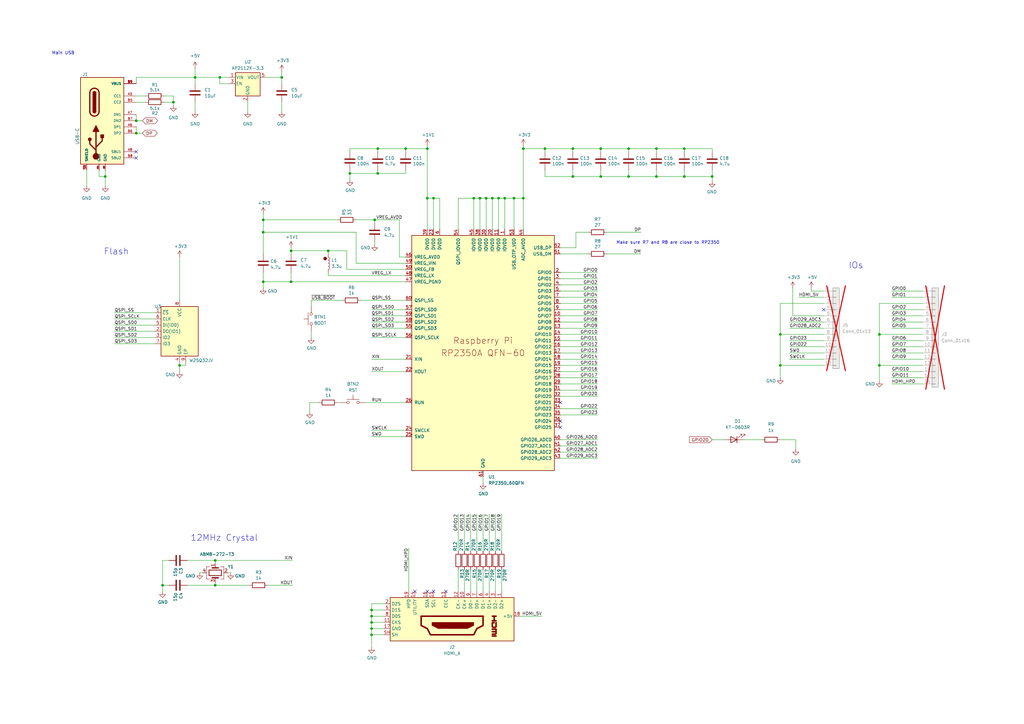
<source format=kicad_sch>
(kicad_sch (version 20231120) (generator "eeschema") (generator_version "8.0")
  (paper "A3")
  (title_block (title "Mini DV HSTX") (date "2025-02-15") (rev "v1.0") (company "Team Rebellion"))
  (lib_symbols
    (symbol "Connector:HDMI_A"
      (property "Reference" "J" (at -6.35 26.67 0))
      (property "Value" "HDMI_A" (at 10.16 26.67 0))
      (symbol "HDMI_A_1_1"
        (pin passive line (at -10.16 20.32 0) (length 2.54) (name "D2+") (number "1"))
        (pin passive line (at -10.16 5.08 0) (length 2.54) (name "CK+") (number "10"))
        (pin power_in line (at 2.54 -27.94 90) (length 2.54) (name "CKS") (number "11"))
        (pin passive line (at -10.16 2.54 0) (length 2.54) (name "CK-") (number "12"))
        (pin bidirectional line (at -10.16 -2.54 0) (length 2.54) (name "CEC") (number "13"))
        (pin passive line (at -10.16 -15.24 0) (length 2.54) (name "UTILITY") (number "14"))
        (pin passive line (at -10.16 -7.62 0) (length 2.54) (name "SCL") (number "15"))
        (pin bidirectional line (at -10.16 -10.16 0) (length 2.54) (name "SDA") (number "16"))
        (pin power_in line (at 5.08 -27.94 90) (length 2.54) (name "GND") (number "17"))
        (pin power_in line (at 0 27.94 270) (length 2.54) (name "+5V") (number "18"))
        (pin passive line (at -10.16 -17.78 0) (length 2.54) (name "HPD") (number "19"))
        (pin power_in line (at -5.08 -27.94 90) (length 2.54) (name "D2S") (number "2"))
        (pin passive line (at -10.16 17.78 0) (length 2.54) (name "D2-") (number "3"))
        (pin passive line (at -10.16 15.24 0) (length 2.54) (name "D1+") (number "4"))
        (pin power_in line (at -2.54 -27.94 90) (length 2.54) (name "D1S") (number "5"))
        (pin passive line (at -10.16 12.7 0) (length 2.54) (name "D1-") (number "6"))
        (pin passive line (at -10.16 10.16 0) (length 2.54) (name "D0+") (number "7"))
        (pin power_in line (at 0 -27.94 90) (length 2.54) (name "D0S") (number "8"))
        (pin passive line (at -10.16 7.62 0) (length 2.54) (name "D0-") (number "9"))
        (pin passive line (at 7.62 -27.94 90) (length 2.54) (name "SH") (number "SH"))
      )
    )
    (symbol "Connector_Generic:Conn_01x13" (pin_names (offset 1.016) hide)
      (property "Reference" "J" (at 0 17.78 0))
      (property "Value" "Conn_01x13" (at 0 -17.78 0))
      (symbol "Conn_01x13_1_1"
        (pin passive line (at -5.08 15.24 0) (length 3.81) (name "Pin_1") (number "1"))
        (pin passive line (at -5.08 -7.62 0) (length 3.81) (name "Pin_10") (number "10"))
        (pin passive line (at -5.08 -10.16 0) (length 3.81) (name "Pin_11") (number "11"))
        (pin passive line (at -5.08 -12.7 0) (length 3.81) (name "Pin_12") (number "12"))
        (pin passive line (at -5.08 -15.24 0) (length 3.81) (name "Pin_13") (number "13"))
        (pin passive line (at -5.08 12.7 0) (length 3.81) (name "Pin_2") (number "2"))
        (pin passive line (at -5.08 10.16 0) (length 3.81) (name "Pin_3") (number "3"))
        (pin passive line (at -5.08 7.62 0) (length 3.81) (name "Pin_4") (number "4"))
        (pin passive line (at -5.08 5.08 0) (length 3.81) (name "Pin_5") (number "5"))
        (pin passive line (at -5.08 2.54 0) (length 3.81) (name "Pin_6") (number "6"))
        (pin passive line (at -5.08 0 0) (length 3.81) (name "Pin_7") (number "7"))
        (pin passive line (at -5.08 -2.54 0) (length 3.81) (name "Pin_8") (number "8"))
        (pin passive line (at -5.08 -5.08 0) (length 3.81) (name "Pin_9") (number "9"))
      )
    )
    (symbol "Connector_Generic:Conn_01x16" (pin_names (offset 1.016) hide)
      (property "Reference" "J" (at 0 20.32 0))
      (property "Value" "Conn_01x16" (at 0 -22.86 0))
      (symbol "Conn_01x16_1_1"
        (pin passive line (at -5.08 17.78 0) (length 3.81) (name "Pin_1") (number "1"))
        (pin passive line (at -5.08 -5.08 0) (length 3.81) (name "Pin_10") (number "10"))
        (pin passive line (at -5.08 -7.62 0) (length 3.81) (name "Pin_11") (number "11"))
        (pin passive line (at -5.08 -10.16 0) (length 3.81) (name "Pin_12") (number "12"))
        (pin passive line (at -5.08 -12.7 0) (length 3.81) (name "Pin_13") (number "13"))
        (pin passive line (at -5.08 -15.24 0) (length 3.81) (name "Pin_14") (number "14"))
        (pin passive line (at -5.08 -17.78 0) (length 3.81) (name "Pin_15") (number "15"))
        (pin passive line (at -5.08 -20.32 0) (length 3.81) (name "Pin_16") (number "16"))
        (pin passive line (at -5.08 15.24 0) (length 3.81) (name "Pin_2") (number "2"))
        (pin passive line (at -5.08 12.7 0) (length 3.81) (name "Pin_3") (number "3"))
        (pin passive line (at -5.08 10.16 0) (length 3.81) (name "Pin_4") (number "4"))
        (pin passive line (at -5.08 7.62 0) (length 3.81) (name "Pin_5") (number "5"))
        (pin passive line (at -5.08 5.08 0) (length 3.81) (name "Pin_6") (number "6"))
        (pin passive line (at -5.08 2.54 0) (length 3.81) (name "Pin_7") (number "7"))
        (pin passive line (at -5.08 0 0) (length 3.81) (name "Pin_8") (number "8"))
        (pin passive line (at -5.08 -2.54 0) (length 3.81) (name "Pin_9") (number "9"))
      )
    )
    (symbol "Device:C" (pin_numbers hide) (pin_names (offset 0.254))
      (property "Reference" "C" (at 0.635 2.54 0))
      (property "Value" "C" (at 0.635 -2.54 0))
      (symbol "C_1_1"
        (pin passive line (at 0 3.81 270) (length 2.794) (name "~") (number "1"))
        (pin passive line (at 0 -3.81 90) (length 2.794) (name "~") (number "2"))
      )
    )
    (symbol "Device:Crystal_GND24" (pin_names (offset 1.016) hide)
      (property "Reference" "Y" (at 3.175 5.08 0))
      (property "Value" "Crystal_GND24" (at 3.175 3.175 0))
      (symbol "Crystal_GND24_1_1"
        (pin passive line (at -3.81 0 0) (length 1.27) (name "1") (number "1"))
        (pin passive line (at 0 5.08 270) (length 1.27) (name "2") (number "2"))
        (pin passive line (at 3.81 0 180) (length 1.27) (name "3") (number "3"))
        (pin passive line (at 0 -5.08 90) (length 1.27) (name "4") (number "4"))
      )
    )
    (symbol "Device:L" (pin_numbers hide) (pin_names (offset 1.016) hide)
      (property "Reference" "L" (at -1.27 0 90))
      (property "Value" "L" (at 1.905 0 90))
      (symbol "L_1_1"
        (pin passive line (at 0 3.81 270) (length 1.27) (name "1") (number "1"))
        (pin passive line (at 0 -3.81 90) (length 1.27) (name "2") (number "2"))
      )
    )
    (symbol "Device:LED" (pin_numbers hide) (pin_names (offset 1.016) hide)
      (property "Reference" "D" (at 0 2.54 0))
      (property "Value" "LED" (at 0 -2.54 0))
      (symbol "LED_1_1"
        (pin passive line (at -3.81 0 0) (length 2.54) (name "K") (number "1"))
        (pin passive line (at 3.81 0 180) (length 2.54) (name "A") (number "2"))
      )
    )
    (symbol "Device:R" (pin_numbers hide) (pin_names (offset 0))
      (property "Reference" "R" (at 2.032 0 90))
      (property "Value" "R" (at 0 0 90))
      (symbol "R_1_1"
        (pin passive line (at 0 3.81 270) (length 1.27) (name "~") (number "1"))
        (pin passive line (at 0 -3.81 90) (length 1.27) (name "~") (number "2"))
      )
    )
    (symbol "MCU_RaspberryPi_RP2350:RP2350_60QFN" (pin_names (offset 1.016))
      (property "Reference" "U" (at -29.21 49.53 0))
      (property "Value" "RP2350_60QFN" (at 24.13 -49.53 0))
      (symbol "RP2350_60QFN_0_0"
        (text "Raspberry Pi" (at 0 5.08 0) (effects (font (size 2.54 2.54))))
      )
      (symbol "RP2350_60QFN_1_0"
        (text "RP2350A QFN-60" (at 0 0 0) (effects (font (size 2.54 2.54))))
      )
      (symbol "RP2350_60QFN_1_1"
        (pin power_in line (at 8.89 50.8 270) (length 2.54) (name "IOVDD") (number "1"))
        (pin bidirectional line (at 31.75 15.24 180) (length 2.54) (name "GPIO7") (number "10"))
        (pin power_in line (at 6.35 50.8 270) (length 2.54) (name "IOVDD") (number "11"))
        (pin bidirectional line (at 31.75 12.7 180) (length 2.54) (name "GPIO8") (number "12"))
        (pin bidirectional line (at 31.75 10.16 180) (length 2.54) (name "GPIO9") (number "13"))
        (pin bidirectional line (at 31.75 7.62 180) (length 2.54) (name "GPIO10") (number "14"))
        (pin bidirectional line (at 31.75 5.08 180) (length 2.54) (name "GPIO11") (number "15"))
        (pin bidirectional line (at 31.75 2.54 180) (length 2.54) (name "GPIO12") (number "16"))
        (pin bidirectional line (at 31.75 0 180) (length 2.54) (name "GPIO13") (number "17"))
        (pin bidirectional line (at 31.75 -2.54 180) (length 2.54) (name "GPIO14") (number "18"))
        (pin bidirectional line (at 31.75 -5.08 180) (length 2.54) (name "GPIO15") (number "19"))
        (pin bidirectional line (at 31.75 33.02 180) (length 2.54) (name "GPIO0") (number "2"))
        (pin power_in line (at 3.81 50.8 270) (length 2.54) (name "IOVDD") (number "20"))
        (pin input line (at -31.75 -2.54 0) (length 2.54) (name "XIN") (number "21"))
        (pin passive line (at -31.75 -7.62 0) (length 2.54) (name "XOUT") (number "22"))
        (pin power_in line (at -20.32 50.8 270) (length 2.54) (name "DVDD") (number "23"))
        (pin output line (at -31.75 -31.75 0) (length 2.54) (name "SWCLK") (number "24"))
        (pin bidirectional line (at -31.75 -34.29 0) (length 2.54) (name "SWD") (number "25"))
        (pin input line (at -31.75 -20.32 0) (length 2.54) (name "RUN") (number "26"))
        (pin bidirectional line (at 31.75 -7.62 180) (length 2.54) (name "GPIO16") (number "27"))
        (pin bidirectional line (at 31.75 -10.16 180) (length 2.54) (name "GPIO17") (number "28"))
        (pin bidirectional line (at 31.75 -12.7 180) (length 2.54) (name "GPIO18") (number "29"))
        (pin bidirectional line (at 31.75 30.48 180) (length 2.54) (name "GPIO1") (number "3"))
        (pin power_in line (at 1.27 50.8 270) (length 2.54) (name "IOVDD") (number "30"))
        (pin bidirectional line (at 31.75 -15.24 180) (length 2.54) (name "GPIO19") (number "31"))
        (pin bidirectional line (at 31.75 -17.78 180) (length 2.54) (name "GPIO20") (number "32"))
        (pin bidirectional line (at 31.75 -20.32 180) (length 2.54) (name "GPIO21") (number "33"))
        (pin bidirectional line (at 31.75 -22.86 180) (length 2.54) (name "GPIO22") (number "34"))
        (pin bidirectional line (at 31.75 -25.4 180) (length 2.54) (name "GPIO23") (number "35"))
        (pin bidirectional line (at 31.75 -27.94 180) (length 2.54) (name "GPIO24") (number "36"))
        (pin bidirectional line (at 31.75 -30.48 180) (length 2.54) (name "GPIO25") (number "37"))
        (pin power_in line (at -1.27 50.8 270) (length 2.54) (name "IOVDD") (number "38"))
        (pin power_in line (at -22.86 50.8 270) (length 2.54) (name "DVDD") (number "39"))
        (pin bidirectional line (at 31.75 27.94 180) (length 2.54) (name "GPIO2") (number "4"))
        (pin bidirectional line (at 31.75 -35.56 180) (length 2.54) (name "GPIO26_ADC0") (number "40"))
        (pin bidirectional line (at 31.75 -38.1 180) (length 2.54) (name "GPIO27_ADC1") (number "41"))
        (pin bidirectional line (at 31.75 -40.64 180) (length 2.54) (name "GPIO28_ADC2") (number "42"))
        (pin bidirectional line (at 31.75 -43.18 180) (length 2.54) (name "GPIO29_ADC3") (number "43"))
        (pin power_in line (at 16.51 50.8 270) (length 2.54) (name "ADC_AVDD") (number "44"))
        (pin power_in line (at -3.81 50.8 270) (length 2.54) (name "IOVDD") (number "45"))
        (pin power_in line (at -31.75 39.37 0) (length 2.54) (name "VREG_AVDD") (number "46"))
        (pin power_in line (at -31.75 29.21 0) (length 2.54) (name "VREG_PGND") (number "47"))
        (pin power_out line (at -31.75 31.75 0) (length 2.54) (name "VREG_LX") (number "48"))
        (pin power_in line (at -31.75 36.83 0) (length 2.54) (name "VREG_VIN") (number "49"))
        (pin bidirectional line (at 31.75 25.4 180) (length 2.54) (name "GPIO3") (number "5"))
        (pin input line (at -31.75 34.29 0) (length 2.54) (name "VREG_FB") (number "50"))
        (pin bidirectional line (at 31.75 40.64 180) (length 2.54) (name "USB_DM") (number "51"))
        (pin bidirectional line (at 31.75 43.18 180) (length 2.54) (name "USB_DP") (number "52"))
        (pin power_in line (at 12.7 50.8 270) (length 2.54) (name "USB_OTP_VDD") (number "53"))
        (pin power_in line (at -10.16 50.8 270) (length 2.54) (name "QSPI_IOVDD") (number "54"))
        (pin bidirectional line (at -31.75 10.16 0) (length 2.54) (name "QSPI_SD3") (number "55"))
        (pin output line (at -31.75 6.35 0) (length 2.54) (name "QSPI_SCLK") (number "56"))
        (pin bidirectional line (at -31.75 17.78 0) (length 2.54) (name "QSPI_SD0") (number "57"))
        (pin bidirectional line (at -31.75 12.7 0) (length 2.54) (name "QSPI_SD2") (number "58"))
        (pin bidirectional line (at -31.75 15.24 0) (length 2.54) (name "QSPI_SD1") (number "59"))
        (pin power_in line (at -17.78 50.8 270) (length 2.54) (name "DVDD") (number "6"))
        (pin bidirectional line (at -31.75 21.59 0) (length 2.54) (name "QSPI_SS") (number "60"))
        (pin power_in line (at 0 -50.8 90) (length 2.54) (name "GND") (number "61"))
        (pin bidirectional line (at 31.75 22.86 180) (length 2.54) (name "GPIO4") (number "7"))
        (pin bidirectional line (at 31.75 20.32 180) (length 2.54) (name "GPIO5") (number "8"))
        (pin bidirectional line (at 31.75 17.78 180) (length 2.54) (name "GPIO6") (number "9"))
      )
    )
    (symbol "Memory_Flash:W25Q32JVZP"
      (property "Reference" "U" (at -6.35 11.43 0))
      (property "Value" "W25Q32JVZP" (at 7.62 11.43 0))
      (symbol "W25Q32JVZP_1_1"
        (pin input line (at -10.16 7.62 0) (length 2.54) (name "~{CS}") (number "1"))
        (pin bidirectional line (at -10.16 0 0) (length 2.54) (name "DO(IO1)") (number "2"))
        (pin bidirectional line (at -10.16 -2.54 0) (length 2.54) (name "IO2") (number "3"))
        (pin power_in line (at 0 -12.7 90) (length 2.54) (name "GND") (number "4"))
        (pin bidirectional line (at -10.16 2.54 0) (length 2.54) (name "DI(IO0)") (number "5"))
        (pin input line (at -10.16 5.08 0) (length 2.54) (name "CLK") (number "6"))
        (pin bidirectional line (at -10.16 -5.08 0) (length 2.54) (name "IO3") (number "7"))
        (pin power_in line (at 0 12.7 270) (length 2.54) (name "VCC") (number "8"))
        (pin passive line (at 2.54 -12.7 90) (length 2.54) (name "EP") (number "9"))
      )
    )
    (symbol "Regulator_Linear:AP2112K-3.3" (pin_names (offset 0.254))
      (property "Reference" "U" (at -5.08 5.715 0))
      (property "Value" "AP2112K-3.3" (at 0 5.715 0))
      (symbol "AP2112K-3.3_1_1"
        (pin power_in line (at -7.62 2.54 0) (length 2.54) (name "VIN") (number "1"))
        (pin power_in line (at 0 -7.62 90) (length 2.54) (name "GND") (number "2"))
        (pin input line (at -7.62 0 0) (length 2.54) (name "EN") (number "3"))
        (pin no_connect line (at 5.08 0 180) (length 2.54) hide (name "NC") (number "4"))
        (pin power_out line (at 7.62 2.54 180) (length 2.54) (name "VOUT") (number "5"))
      )
    )
    (symbol "Switch:SW_Push" (pin_numbers hide) (pin_names (offset 1.016) hide)
      (property "Reference" "SW" (at 1.27 2.54 0))
      (property "Value" "SW_Push" (at 0 -1.524 0))
      (symbol "SW_Push_0_1"
        (pin passive line (at -5.08 0 0) (length 2.54) (name "1") (number "1"))
        (pin passive line (at 5.08 0 180) (length 2.54) (name "2") (number "2"))
      )
    )
    (symbol "TinyTapeout:USB4500-03-0-A_REVA" (pin_names (offset 1.016))
      (property "Reference" "J9" (at -8.255 19.05 0))
      (property "Value" "USB-C" (at -11.43 -6.35 90))
      (symbol "USB4500-03-0-A_REVA_0_0"
        (pin power_in line (at -7.62 -20.32 90) (length 2.54) (name "SHIELD") (number "1"))
        (pin bidirectional line (at 12.7 10.16 180) (length 5.08) (name "CC1") (number "A5"))
        (pin bidirectional line (at 12.7 -2.54 180) (length 5.08) (name "DP1") (number "A6"))
        (pin bidirectional line (at 12.7 2.54 180) (length 5.08) (name "DN1") (number "A7"))
        (pin bidirectional line (at 12.7 -12.7 180) (length 5.08) (name "SBU1") (number "A8"))
        (pin bidirectional line (at 12.7 7.62 180) (length 5.08) (name "CC2") (number "B5"))
        (pin bidirectional line (at 12.7 -5.08 180) (length 5.08) (name "DP2") (number "B6"))
        (pin bidirectional line (at 12.7 0 180) (length 5.08) (name "DN2") (number "B7"))
        (pin bidirectional line (at 12.7 -15.24 180) (length 5.08) (name "SBU2") (number "B8"))
        (pin power_in line (at -7.62 -20.32 90) (length 2.54) (name "SHIELD") (number "S3"))
        (pin power_in line (at -7.62 -20.32 90) (length 2.54) (name "SHIELD") (number "S4"))
      )
      (symbol "USB4500-03-0-A_REVA_1_0"
        (pin power_in line (at -2.54 -20.32 90) (length 2.54) (name "GND") (number "A1"))
        (pin power_in line (at 0 -20.32 90) (length 2.54) (name "GND") (number "A12"))
        (pin power_in line (at 12.7 15.24 180) (length 5.08) (name "VBUS") (number "A4"))
        (pin power_in line (at 12.7 15.24 180) (length 5.08) (name "VBUS") (number "A9"))
        (pin power_in line (at 0 -20.32 90) (length 2.54) (name "GND") (number "B1"))
        (pin power_in line (at -2.54 -20.32 90) (length 2.54) (name "GND") (number "B12"))
        (pin power_in line (at 12.7 15.24 180) (length 5.08) (name "VBUS") (number "B4"))
        (pin power_in line (at 12.7 15.24 180) (length 5.08) (name "VBUS") (number "B9"))
        (pin power_in line (at -7.62 -20.32 90) (length 2.54) (name "SHIELD") (number "S1"))
      )
    )
    (symbol "power:+1V1" (power) (pin_names (offset 0))
      (property "Value" "+1V1" (at 0 3.556 0))
      (symbol "+1V1_1_1"
        (pin power_in line (at 0 0 90) (length 0) hide (name "+1V1") (number "1"))
      )
    )
    (symbol "power:+3V3" (power) (pin_names (offset 0))
      (property "Value" "+3V3" (at 0 3.556 0))
      (symbol "+3V3_1_1"
        (pin power_in line (at 0 0 90) (length 0) hide (name "+3V3") (number "1"))
      )
    )
    (symbol "power:+5V" (power) (pin_numbers hide) (pin_names (offset 0) hide)
      (property "Value" "+5V" (at 0 3.556 0))
      (symbol "+5V_1_1"
        (pin power_in line (at 0 0 90) (length 0) (name "~") (number "1"))
      )
    )
    (symbol "power:GND" (power) (pin_names (offset 0))
      (property "Value" "GND" (at 0 -3.81 0))
      (symbol "GND_1_1"
        (pin power_in line (at 0 0 270) (length 0) hide (name "GND") (number "1"))
      )
    )
    (symbol "power:VBUS" (power) (pin_names (offset 0))
      (property "Value" "VBUS" (at 0 3.81 0))
      (symbol "VBUS_1_1"
        (pin power_in line (at 0 0 90) (length 0) hide (name "VBUS") (number "1"))
      )
    )
  )
  (junction (at 152.4 252.73))
  (junction (at 152.4 250.19))
  (junction (at 257.81 60.96))
  (junction (at 153.67 90.17))
  (junction (at 119.38 102.87))
  (junction (at 360.68 149.86))
  (junction (at 194.31 81.28))
  (junction (at 280.67 72.39))
  (junction (at 175.26 81.28))
  (junction (at 154.94 71.12))
  (junction (at 43.18 72.39))
  (junction (at 214.63 60.96))
  (junction (at 196.85 81.28))
  (junction (at 88.265 229.87))
  (junction (at 134.62 102.87))
  (junction (at 360.68 137.16))
  (junction (at 119.38 115.57))
  (junction (at 223.52 60.96))
  (junction (at 210.82 81.28))
  (junction (at 66.675 240.03))
  (junction (at 154.94 60.96))
  (junction (at 90.17 31.75))
  (junction (at 207.01 81.28))
  (junction (at 269.24 72.39))
  (junction (at 292.1 72.39))
  (junction (at 246.38 72.39))
  (junction (at 204.47 81.28))
  (junction (at 199.39 81.28))
  (junction (at 152.4 255.27))
  (junction (at 152.4 257.81))
  (junction (at 175.26 60.96))
  (junction (at 107.95 115.57))
  (junction (at 280.67 60.96))
  (junction (at 257.81 72.39))
  (junction (at 269.24 60.96))
  (junction (at 320.04 137.16))
  (junction (at 115.57 31.75))
  (junction (at 166.37 60.96))
  (junction (at 55.88 49.53))
  (junction (at 152.4 260.35))
  (junction (at 234.95 60.96))
  (junction (at 88.265 240.03))
  (junction (at 71.12 41.91))
  (junction (at 234.95 72.39))
  (junction (at 55.88 54.61))
  (junction (at 214.63 81.28))
  (junction (at 107.95 90.17))
  (junction (at 177.8 81.28))
  (junction (at 246.38 60.96))
  (junction (at 80.01 31.75))
  (junction (at 73.66 149.86))
  (junction (at 320.04 149.86))
  (junction (at 201.93 81.28))
  (junction (at 107.95 95.25))
  (junction (at 143.51 71.12))
  (no_connect (at 177.8 242.57))
  (no_connect (at 229.87 175.26))
  (no_connect (at 55.88 62.23))
  (no_connect (at 229.87 165.1))
  (no_connect (at 229.87 172.72))
  (no_connect (at 337.82 127))
  (no_connect (at 175.26 242.57))
  (no_connect (at 182.88 242.57))
  (no_connect (at 55.88 64.77))
  (no_connect (at 170.18 242.57))
  (wire (pts (xy 229.87 127) (xy 245.11 127)))
  (wire (pts (xy 153.67 100.33) (xy 153.67 99.06)))
  (wire (pts (xy 203.2 242.57) (xy 203.2 233.68)))
  (wire (pts (xy 146.05 95.25) (xy 146.05 107.95)))
  (wire (pts (xy 80.01 31.75) (xy 80.01 34.29)))
  (wire (pts (xy 154.94 60.96) (xy 166.37 60.96)))
  (wire (pts (xy 229.87 129.54) (xy 245.11 129.54)))
  (wire (pts (xy 229.87 182.88) (xy 245.11 182.88)))
  (wire (pts (xy 76.2 149.86) (xy 73.66 149.86)))
  (wire (pts (xy 88.265 231.14) (xy 88.265 229.87)))
  (wire (pts (xy 234.95 62.23) (xy 234.95 60.96)))
  (wire (pts (xy 76.2 148.59) (xy 76.2 149.86)))
  (wire (pts (xy 234.95 69.85) (xy 234.95 72.39)))
  (wire (pts (xy 163.83 90.17) (xy 163.83 105.41)))
  (wire (pts (xy 207.01 81.28) (xy 210.82 81.28)))
  (wire (pts (xy 292.1 180.34) (xy 297.18 180.34)))
  (wire (pts (xy 43.18 69.85) (xy 43.18 72.39)))
  (wire (pts (xy 154.94 62.23) (xy 154.94 60.96)))
  (wire (pts (xy 166.37 138.43) (xy 152.4 138.43)))
  (wire (pts (xy 154.94 71.12) (xy 166.37 71.12)))
  (wire (pts (xy 229.87 187.96) (xy 245.11 187.96)))
  (wire (pts (xy 152.4 247.65) (xy 152.4 250.19)))
  (wire (pts (xy 229.87 111.76) (xy 245.11 111.76)))
  (wire (pts (xy 143.51 69.85) (xy 143.51 71.12)))
  (wire (pts (xy 323.85 134.62) (xy 337.82 134.62)))
  (wire (pts (xy 153.67 90.17) (xy 163.83 90.17)))
  (wire (pts (xy 71.12 41.91) (xy 71.12 43.18)))
  (wire (pts (xy 325.12 118.11) (xy 325.12 129.54)))
  (wire (pts (xy 115.57 29.21) (xy 115.57 31.75)))
  (wire (pts (xy 320.04 149.86) (xy 337.82 149.86)))
  (wire (pts (xy 246.38 62.23) (xy 246.38 60.96)))
  (wire (pts (xy 127.635 123.19) (xy 127.635 125.73)))
  (wire (pts (xy 166.37 176.53) (xy 152.4 176.53)))
  (wire (pts (xy 107.95 90.17) (xy 107.95 95.25)))
  (wire (pts (xy 337.82 129.54) (xy 325.12 129.54)))
  (wire (pts (xy 365.76 142.24) (xy 378.46 142.24)))
  (wire (pts (xy 223.52 62.23) (xy 223.52 60.96)))
  (wire (pts (xy 88.265 240.03) (xy 102.235 240.03)))
  (wire (pts (xy 223.52 69.85) (xy 223.52 72.39)))
  (wire (pts (xy 107.95 95.25) (xy 146.05 95.25)))
  (wire (pts (xy 107.95 95.25) (xy 107.95 104.14)))
  (wire (pts (xy 66.675 240.03) (xy 66.675 242.57)))
  (wire (pts (xy 229.87 180.34) (xy 245.11 180.34)))
  (wire (pts (xy 199.39 93.98) (xy 199.39 81.28)))
  (wire (pts (xy 152.4 250.19) (xy 152.4 252.73)))
  (wire (pts (xy 187.96 93.98) (xy 187.96 81.28)))
  (wire (pts (xy 71.12 39.37) (xy 71.12 41.91)))
  (wire (pts (xy 193.04 233.68) (xy 193.04 242.57)))
  (wire (pts (xy 55.88 54.61) (xy 58.42 54.61)))
  (wire (pts (xy 73.66 105.41) (xy 73.66 123.19)))
  (wire (pts (xy 115.57 41.91) (xy 115.57 45.72)))
  (wire (pts (xy 66.675 229.87) (xy 66.675 240.03)))
  (wire (pts (xy 210.82 81.28) (xy 214.63 81.28)))
  (wire (pts (xy 323.85 132.08) (xy 337.82 132.08)))
  (wire (pts (xy 190.5 210.82) (xy 190.5 226.06)))
  (wire (pts (xy 257.81 60.96) (xy 269.24 60.96)))
  (wire (pts (xy 365.76 147.32) (xy 378.46 147.32)))
  (wire (pts (xy 69.215 229.87) (xy 66.675 229.87)))
  (wire (pts (xy 378.46 124.46) (xy 360.68 124.46)))
  (wire (pts (xy 153.67 90.17) (xy 153.67 91.44)))
  (wire (pts (xy 269.24 72.39) (xy 257.81 72.39)))
  (wire (pts (xy 365.76 132.08) (xy 378.46 132.08)))
  (wire (pts (xy 365.76 144.78) (xy 378.46 144.78)))
  (wire (pts (xy 201.93 81.28) (xy 204.47 81.28)))
  (wire (pts (xy 157.48 247.65) (xy 152.4 247.65)))
  (wire (pts (xy 152.4 257.81) (xy 157.48 257.81)))
  (wire (pts (xy 234.95 72.39) (xy 223.52 72.39)))
  (wire (pts (xy 269.24 69.85) (xy 269.24 72.39)))
  (wire (pts (xy 175.26 60.96) (xy 175.26 81.28)))
  (wire (pts (xy 196.85 81.28) (xy 199.39 81.28)))
  (wire (pts (xy 152.4 260.35) (xy 157.48 260.35)))
  (wire (pts (xy 201.93 93.98) (xy 201.93 81.28)))
  (wire (pts (xy 146.05 107.95) (xy 166.37 107.95)))
  (wire (pts (xy 360.68 124.46) (xy 360.68 137.16)))
  (wire (pts (xy 199.39 81.28) (xy 201.93 81.28)))
  (wire (pts (xy 107.95 87.63) (xy 107.95 90.17)))
  (wire (pts (xy 107.95 115.57) (xy 119.38 115.57)))
  (wire (pts (xy 229.87 132.08) (xy 245.11 132.08)))
  (wire (pts (xy 337.82 119.38) (xy 332.74 119.38)))
  (wire (pts (xy 337.82 124.46) (xy 320.04 124.46)))
  (wire (pts (xy 234.95 60.96) (xy 246.38 60.96)))
  (wire (pts (xy 365.76 127) (xy 378.46 127)))
  (wire (pts (xy 119.38 104.14) (xy 119.38 102.87)))
  (wire (pts (xy 55.88 52.07) (xy 55.88 54.61)))
  (wire (pts (xy 229.87 114.3) (xy 245.11 114.3)))
  (wire (pts (xy 166.37 123.19) (xy 147.955 123.19)))
  (wire (pts (xy 326.39 180.34) (xy 326.39 184.15)))
  (wire (pts (xy 67.31 41.91) (xy 71.12 41.91)))
  (wire (pts (xy 143.51 62.23) (xy 143.51 60.96)))
  (wire (pts (xy 107.95 111.76) (xy 107.95 115.57)))
  (wire (pts (xy 365.76 134.62) (xy 378.46 134.62)))
  (wire (pts (xy 320.04 149.86) (xy 320.04 154.94)))
  (wire (pts (xy 360.68 137.16) (xy 378.46 137.16)))
  (wire (pts (xy 166.37 110.49) (xy 142.24 110.49)))
  (wire (pts (xy 35.56 69.85) (xy 35.56 76.2)))
  (wire (pts (xy 152.4 252.73) (xy 152.4 255.27)))
  (wire (pts (xy 73.66 148.59) (xy 73.66 149.86)))
  (wire (pts (xy 140.335 123.19) (xy 127.635 123.19)))
  (wire (pts (xy 248.92 104.14) (xy 262.89 104.14)))
  (wire (pts (xy 175.26 81.28) (xy 175.26 93.98)))
  (wire (pts (xy 43.18 72.39) (xy 43.18 76.2)))
  (wire (pts (xy 214.63 81.28) (xy 214.63 93.98)))
  (wire (pts (xy 195.58 210.82) (xy 195.58 226.06)))
  (wire (pts (xy 119.38 101.6) (xy 119.38 102.87)))
  (wire (pts (xy 320.04 137.16) (xy 320.04 149.86)))
  (wire (pts (xy 109.855 240.03) (xy 120.015 240.03)))
  (wire (pts (xy 76.835 240.03) (xy 88.265 240.03)))
  (wire (pts (xy 119.38 115.57) (xy 166.37 115.57)))
  (wire (pts (xy 360.68 149.86) (xy 378.46 149.86)))
  (wire (pts (xy 90.17 31.75) (xy 93.98 31.75)))
  (wire (pts (xy 107.95 115.57) (xy 107.95 118.11)))
  (wire (pts (xy 101.6 41.91) (xy 101.6 45.72)))
  (wire (pts (xy 69.215 240.03) (xy 66.675 240.03)))
  (wire (pts (xy 55.88 31.75) (xy 55.88 34.29)))
  (wire (pts (xy 107.95 90.17) (xy 138.43 90.17)))
  (wire (pts (xy 143.51 71.12) (xy 143.51 73.66)))
  (wire (pts (xy 204.47 81.28) (xy 207.01 81.28)))
  (wire (pts (xy 332.74 119.38) (xy 332.74 118.11)))
  (wire (pts (xy 55.88 39.37) (xy 59.69 39.37)))
  (wire (pts (xy 154.94 69.85) (xy 154.94 71.12)))
  (wire (pts (xy 269.24 60.96) (xy 280.67 60.96)))
  (wire (pts (xy 80.01 31.75) (xy 80.01 27.94)))
  (wire (pts (xy 292.1 69.85) (xy 292.1 72.39)))
  (wire (pts (xy 46.99 140.97) (xy 63.5 140.97)))
  (wire (pts (xy 360.68 137.16) (xy 360.68 149.86)))
  (wire (pts (xy 152.4 147.32) (xy 166.37 147.32)))
  (wire (pts (xy 198.12 195.58) (xy 198.12 198.12)))
  (wire (pts (xy 205.74 210.82) (xy 205.74 226.06)))
  (wire (pts (xy 365.76 157.48) (xy 378.46 157.48)))
  (wire (pts (xy 152.4 132.08) (xy 166.37 132.08)))
  (wire (pts (xy 81.915 234.95) (xy 83.185 234.95)))
  (wire (pts (xy 152.4 260.35) (xy 152.4 265.43)))
  (wire (pts (xy 180.34 81.28) (xy 180.34 93.98)))
  (wire (pts (xy 194.31 93.98) (xy 194.31 81.28)))
  (wire (pts (xy 229.87 116.84) (xy 245.11 116.84)))
  (wire (pts (xy 143.51 60.96) (xy 154.94 60.96)))
  (wire (pts (xy 229.87 167.64) (xy 245.11 167.64)))
  (wire (pts (xy 142.24 110.49) (xy 142.24 102.87)))
  (wire (pts (xy 167.64 224.79) (xy 167.64 242.57)))
  (wire (pts (xy 55.88 46.99) (xy 55.88 49.53)))
  (wire (pts (xy 73.66 149.86) (xy 73.66 152.4)))
  (wire (pts (xy 280.67 62.23) (xy 280.67 60.96)))
  (wire (pts (xy 152.4 127) (xy 166.37 127)))
  (wire (pts (xy 236.22 95.25) (xy 236.22 101.6)))
  (wire (pts (xy 229.87 144.78) (xy 245.11 144.78)))
  (wire (pts (xy 257.81 69.85) (xy 257.81 72.39)))
  (wire (pts (xy 365.76 139.7) (xy 378.46 139.7)))
  (wire (pts (xy 214.63 59.69) (xy 214.63 60.96)))
  (wire (pts (xy 257.81 62.23) (xy 257.81 60.96)))
  (wire (pts (xy 229.87 154.94) (xy 245.11 154.94)))
  (wire (pts (xy 146.05 90.17) (xy 153.67 90.17)))
  (wire (pts (xy 152.4 129.54) (xy 166.37 129.54)))
  (wire (pts (xy 67.31 39.37) (xy 71.12 39.37)))
  (wire (pts (xy 203.2 226.06) (xy 203.2 210.82)))
  (wire (pts (xy 152.4 134.62) (xy 166.37 134.62)))
  (wire (pts (xy 198.12 233.68) (xy 198.12 242.57)))
  (wire (pts (xy 269.24 62.23) (xy 269.24 60.96)))
  (wire (pts (xy 320.04 124.46) (xy 320.04 137.16)))
  (wire (pts (xy 229.87 137.16) (xy 245.11 137.16)))
  (wire (pts (xy 320.04 180.34) (xy 326.39 180.34)))
  (wire (pts (xy 229.87 134.62) (xy 245.11 134.62)))
  (wire (pts (xy 46.99 128.27) (xy 63.5 128.27)))
  (wire (pts (xy 90.17 31.75) (xy 90.17 34.29)))
  (wire (pts (xy 127.635 135.89) (xy 127.635 138.43)))
  (wire (pts (xy 280.67 72.39) (xy 269.24 72.39)))
  (wire (pts (xy 55.88 49.53) (xy 58.42 49.53)))
  (wire (pts (xy 40.64 72.39) (xy 43.18 72.39)))
  (wire (pts (xy 166.37 60.96) (xy 175.26 60.96)))
  (wire (pts (xy 229.87 160.02) (xy 245.11 160.02)))
  (wire (pts (xy 246.38 60.96) (xy 257.81 60.96)))
  (wire (pts (xy 130.81 165.1) (xy 127 165.1)))
  (wire (pts (xy 257.81 72.39) (xy 246.38 72.39)))
  (wire (pts (xy 214.63 60.96) (xy 223.52 60.96)))
  (wire (pts (xy 134.62 113.03) (xy 166.37 113.03)))
  (wire (pts (xy 119.38 111.76) (xy 119.38 115.57)))
  (wire (pts (xy 229.87 149.86) (xy 245.11 149.86)))
  (wire (pts (xy 46.99 133.35) (xy 63.5 133.35)))
  (wire (pts (xy 119.38 102.87) (xy 134.62 102.87)))
  (wire (pts (xy 152.4 252.73) (xy 157.48 252.73)))
  (wire (pts (xy 246.38 69.85) (xy 246.38 72.39)))
  (wire (pts (xy 327.66 121.92) (xy 337.82 121.92)))
  (wire (pts (xy 166.37 179.07) (xy 152.4 179.07)))
  (wire (pts (xy 365.76 152.4) (xy 378.46 152.4)))
  (wire (pts (xy 236.22 95.25) (xy 241.3 95.25)))
  (wire (pts (xy 152.4 255.27) (xy 157.48 255.27)))
  (wire (pts (xy 320.04 137.16) (xy 337.82 137.16)))
  (wire (pts (xy 80.01 31.75) (xy 90.17 31.75)))
  (wire (pts (xy 177.8 81.28) (xy 180.34 81.28)))
  (wire (pts (xy 213.36 252.73) (xy 222.25 252.73)))
  (wire (pts (xy 93.345 234.95) (xy 94.615 234.95)))
  (wire (pts (xy 229.87 170.18) (xy 245.11 170.18)))
  (wire (pts (xy 196.85 93.98) (xy 196.85 81.28)))
  (wire (pts (xy 365.76 129.54) (xy 378.46 129.54)))
  (wire (pts (xy 248.92 95.25) (xy 262.89 95.25)))
  (wire (pts (xy 55.88 31.75) (xy 80.01 31.75)))
  (wire (pts (xy 210.82 93.98) (xy 210.82 81.28)))
  (wire (pts (xy 127 165.1) (xy 127 168.91)))
  (wire (pts (xy 46.99 135.89) (xy 63.5 135.89)))
  (wire (pts (xy 175.26 59.69) (xy 175.26 60.96)))
  (wire (pts (xy 229.87 119.38) (xy 245.11 119.38)))
  (wire (pts (xy 46.99 138.43) (xy 63.5 138.43)))
  (wire (pts (xy 280.67 72.39) (xy 292.1 72.39)))
  (wire (pts (xy 292.1 72.39) (xy 292.1 74.295)))
  (wire (pts (xy 93.98 34.29) (xy 90.17 34.29)))
  (wire (pts (xy 134.62 113.03) (xy 134.62 111.76)))
  (wire (pts (xy 115.57 31.75) (xy 115.57 34.29)))
  (wire (pts (xy 229.87 157.48) (xy 245.11 157.48)))
  (wire (pts (xy 323.85 147.32) (xy 337.82 147.32)))
  (wire (pts (xy 365.76 121.92) (xy 378.46 121.92)))
  (wire (pts (xy 80.01 41.91) (xy 80.01 45.72)))
  (wire (pts (xy 280.67 60.96) (xy 292.1 60.96)))
  (wire (pts (xy 365.76 119.38) (xy 378.46 119.38)))
  (wire (pts (xy 194.31 81.28) (xy 196.85 81.28)))
  (wire (pts (xy 152.4 250.19) (xy 157.48 250.19)))
  (wire (pts (xy 204.47 93.98) (xy 204.47 81.28)))
  (wire (pts (xy 205.74 233.68) (xy 205.74 242.57)))
  (wire (pts (xy 195.58 233.68) (xy 195.58 242.57)))
  (wire (pts (xy 229.87 152.4) (xy 245.11 152.4)))
  (wire (pts (xy 149.86 165.1) (xy 166.37 165.1)))
  (wire (pts (xy 134.62 102.87) (xy 134.62 104.14)))
  (wire (pts (xy 190.5 233.68) (xy 190.5 242.57)))
  (wire (pts (xy 152.4 255.27) (xy 152.4 257.81)))
  (wire (pts (xy 187.96 233.68) (xy 187.96 242.57)))
  (wire (pts (xy 229.87 147.32) (xy 245.11 147.32)))
  (wire (pts (xy 152.4 257.81) (xy 152.4 260.35)))
  (wire (pts (xy 166.37 62.23) (xy 166.37 60.96)))
  (wire (pts (xy 229.87 101.6) (xy 236.22 101.6)))
  (wire (pts (xy 323.85 142.24) (xy 337.82 142.24)))
  (wire (pts (xy 246.38 72.39) (xy 234.95 72.39)))
  (wire (pts (xy 143.51 71.12) (xy 154.94 71.12)))
  (wire (pts (xy 187.96 81.28) (xy 194.31 81.28)))
  (wire (pts (xy 229.87 162.56) (xy 245.11 162.56)))
  (wire (pts (xy 177.8 81.28) (xy 175.26 81.28)))
  (wire (pts (xy 207.01 81.28) (xy 207.01 93.98)))
  (wire (pts (xy 88.265 229.87) (xy 120.015 229.87)))
  (wire (pts (xy 55.88 41.91) (xy 59.69 41.91)))
  (wire (pts (xy 193.04 210.82) (xy 193.04 226.06)))
  (wire (pts (xy 229.87 104.14) (xy 241.3 104.14)))
  (wire (pts (xy 323.85 139.7) (xy 337.82 139.7)))
  (wire (pts (xy 142.24 102.87) (xy 134.62 102.87)))
  (wire (pts (xy 304.8 180.34) (xy 312.42 180.34)))
  (wire (pts (xy 88.265 238.76) (xy 88.265 240.03)))
  (wire (pts (xy 229.87 124.46) (xy 245.11 124.46)))
  (wire (pts (xy 229.87 142.24) (xy 245.11 142.24)))
  (wire (pts (xy 46.99 130.81) (xy 63.5 130.81)))
  (wire (pts (xy 214.63 60.96) (xy 214.63 81.28)))
  (wire (pts (xy 40.64 69.85) (xy 40.64 72.39)))
  (wire (pts (xy 229.87 121.92) (xy 245.11 121.92)))
  (wire (pts (xy 163.83 105.41) (xy 166.37 105.41)))
  (wire (pts (xy 323.85 144.78) (xy 337.82 144.78)))
  (wire (pts (xy 223.52 60.96) (xy 234.95 60.96)))
  (wire (pts (xy 166.37 152.4) (xy 152.4 152.4)))
  (wire (pts (xy 187.96 210.82) (xy 187.96 226.06)))
  (wire (pts (xy 109.22 31.75) (xy 115.57 31.75)))
  (wire (pts (xy 229.87 139.7) (xy 245.11 139.7)))
  (wire (pts (xy 198.12 210.82) (xy 198.12 226.06)))
  (wire (pts (xy 292.1 62.23) (xy 292.1 60.96)))
  (wire (pts (xy 360.68 149.86) (xy 360.68 156.21)))
  (wire (pts (xy 365.76 154.94) (xy 378.46 154.94)))
  (wire (pts (xy 76.835 229.87) (xy 88.265 229.87)))
  (wire (pts (xy 200.66 210.82) (xy 200.66 226.06)))
  (wire (pts (xy 229.87 185.42) (xy 245.11 185.42)))
  (wire (pts (xy 166.37 71.12) (xy 166.37 69.85)))
  (wire (pts (xy 200.66 233.68) (xy 200.66 242.57)))
  (wire (pts (xy 177.8 93.98) (xy 177.8 81.28)))
  (wire (pts (xy 138.43 165.1) (xy 139.7 165.1)))
  (wire (pts (xy 280.67 69.85) (xy 280.67 72.39)))
  (circle (center 133.35 106.045) (radius 0.635) (stroke (width 0) (color 132 0 0 1)) (fill (type color) (color 132 0 0 1)))
  (text "IOs" (at 347.98 110.49 0) (effects (font (size 2.54 2.54)) (justify left bottom)))
  (text "Main USB" (at 25.908 21.844 0) (effects (font (size 1.27 1.27))))
  (text "Flash" (at 42.545 104.775 0) (effects (font (size 2.54 2.54)) (justify left bottom)))
  (text "Make sure R7 and R8 are close to RP2350\n" (at 252.73 100.33 0) (effects (font (size 1.27 1.27)) (justify left bottom)))
  (text "12MHz Crystal" (at 78.105 222.25 0) (effects (font (size 2.54 2.54)) (justify left bottom)))
  (label "XIN" (at 152.4 147.32 0))
  (label "DP" (at 262.89 95.25 180))
  (label "GPIO16" (at 198.12 210.82 270))
  (label "GPIO6" (at 365.76 139.7 0))
  (label "HDMI_HPD" (at 365.76 157.48 0))
  (label "XOUT" (at 152.4 152.4 0))
  (label "GPIO2" (at 245.11 116.84 180))
  (label "GPIO1" (at 245.11 114.3 180))
  (label "GPIO1" (at 365.76 121.92 0))
  (label "QSPI_SD2" (at 46.99 138.43 0))
  (label "QSPI_SS" (at 46.99 128.27 0))
  (label "GPIO15" (at 195.58 210.82 270))
  (label "GPIO22" (at 323.85 142.24 0))
  (label "GPIO20" (at 245.11 162.56 180))
  (label "GPIO10" (at 245.11 137.16 180))
  (label "GPIO0" (at 245.11 111.76 180))
  (label "GPIO14" (at 245.11 147.32 180))
  (label "GPIO3" (at 365.76 129.54 0))
  (label "RUN" (at 152.4 165.1 0))
  (label "GPIO12" (at 187.96 210.82 270))
  (label "QSPI_SD0" (at 152.4 127 0))
  (label "QSPI_SD0" (at 46.99 133.35 0))
  (label "QSPI_SS" (at 152.4 123.19 0))
  (label "GPIO14" (at 193.04 210.82 270))
  (label "SWCLK" (at 152.4 176.53 0))
  (label "HDMI_5V" (at 327.66 121.92 0))
  (label "GPIO29_ADC3" (at 245.11 187.96 180))
  (label "GPIO29_ADC3" (at 323.85 132.08 0))
  (label "GPIO2" (at 365.76 127 0))
  (label "HDMI_5V" (at 222.25 252.73 180))
  (label "GPIO11" (at 245.11 139.7 180))
  (label "GPIO7" (at 365.76 142.24 0))
  (label "GPIO28_ADC2" (at 323.85 134.62 0))
  (label "QSPI_SD3" (at 46.99 140.97 0))
  (label "GPIO11" (at 365.76 154.94 0))
  (label "GPIO4" (at 245.11 121.92 180))
  (label "GPIO9" (at 365.76 147.32 0))
  (label "GPIO4" (at 365.76 132.08 0))
  (label "XOUT" (at 120.015 240.03 180))
  (label "GPIO5" (at 245.11 124.46 180))
  (label "QSPI_SD2" (at 152.4 132.08 0))
  (label "GPIO19" (at 245.11 160.02 180))
  (label "GPIO0" (at 365.76 119.38 0))
  (label "HDMI_HPD" (at 167.64 224.79 270))
  (label "GPIO27_ADC1" (at 245.11 182.88 180))
  (label "DM" (at 262.89 104.14 180))
  (label "GPIO8" (at 245.11 132.08 180))
  (label "GPIO28_ADC2" (at 245.11 185.42 180))
  (label "~{USB_BOOT}" (at 127.635 123.19 0))
  (label "XIN" (at 120.015 229.87 180))
  (label "VREG_AVDD" (at 154.305 90.17 0))
  (label "GPIO18" (at 245.11 157.48 180))
  (label "GPIO9" (at 245.11 134.62 180))
  (label "GPIO19" (at 205.74 210.82 270))
  (label "GPIO12" (at 245.11 142.24 180))
  (label "GPIO8" (at 365.76 144.78 0))
  (label "QSPI_SD1" (at 152.4 129.54 0))
  (label "GPIO10" (at 365.76 152.4 0))
  (label "GPIO17" (at 200.66 210.82 270))
  (label "QSPI_SCLK" (at 152.4 138.43 0))
  (label "GPIO18" (at 203.2 210.82 270))
  (label "GPIO13" (at 190.5 210.82 270))
  (label "QSPI_SCLK" (at 46.99 130.81 0))
  (label "GPIO13" (at 245.11 144.78 180))
  (label "GPIO17" (at 245.11 154.94 180))
  (label "GPIO22" (at 245.11 167.64 180))
  (label "GPIO23" (at 245.11 170.18 180))
  (label "SWCLK" (at 323.85 147.32 0))
  (label "GPIO5" (at 365.76 134.62 0))
  (label "GPIO3" (at 245.11 119.38 180))
  (label "GPIO23" (at 323.85 139.7 0))
  (label "GPIO26_ADC0" (at 245.11 180.34 180))
  (label "QSPI_SD1" (at 46.99 135.89 0))
  (label "VREG_LX" (at 152.4 113.03 0))
  (label "SWD" (at 152.4 179.07 0))
  (label "GPIO7" (at 245.11 129.54 180))
  (label "SWD" (at 323.85 144.78 0))
  (label "GPIO6" (at 245.11 127 180))
  (label "GPIO15" (at 245.11 149.86 180))
  (label "GPIO16" (at 245.11 152.4 180))
  (label "QSPI_SD3" (at 152.4 134.62 0))
  (global_label "DM" (shape bidirectional) (at 58.42 49.53 0) (property "Intersheetrefs" "${INTERSHEET_REFS}" (effects (hide yes))))
  (global_label "DP" (shape bidirectional) (at 58.42 54.61 0) (property "Intersheetrefs" "${INTERSHEET_REFS}" (effects (hide yes))))
  (global_label "GPIO20" (shape input) (at 292.1 180.34 180) (property "Intersheetrefs" "${INTERSHEET_REFS}" (effects (hide yes))))
  (symbol (lib_id "Memory_Flash:W25Q32JVZP") (at 73.66 135.89 0) (unit 1)
    (property "Reference" "U3" (at 64.77 125.73 0))
    (property "Value" "W25Q32JV" (at 82.55 147.828 0))
    (property "Footprint" "components:WSON-8_L6.0-W5.0-P1.27-BL-EP" (effects (hide yes)))
    (property "Datasheet" "http://www.winbond.com/resource-files/w25q32jv%20revg%2003272018%20plus.pdf" (effects (hide yes)))
    (property "Description" "32Mb Serial Flash Memory, Standard/Dual/Quad SPI, DFN-8" (effects (hide yes)))
    (property "JLC" "C97521" (effects (hide yes)))
  )
  (symbol (lib_id "power:+3V3") (at 73.66 105.41 0) (unit 1)
    (property "Reference" "#PWR0118" (effects (hide yes)))
    (property "Value" "+3V3" (at 74.041 101.0158 0))
  )
  (symbol (lib_id "power:GND") (at 73.66 152.4 0) (unit 1)
    (property "Reference" "#PWR0120" (effects (hide yes)))
    (property "Value" "GND" (at 69.85 153.67 0))
  )
  (symbol (lib_id "power:GND") (at 198.12 198.12 0) (unit 1)
    (property "Reference" "#PWR0107" (effects (hide yes)))
    (property "Value" "GND" (at 198.247 202.5142 0))
  )
  (symbol (lib_id "Device:R") (at 245.11 95.25 270) (unit 1)
    (property "Reference" "R7" (at 245.11 89.9922 90))
    (property "Value" "27" (at 245.11 92.3036 90))
    (property "Footprint" "Resistor_SMD:R_0402_1005Metric" (effects (hide yes)))
  )
  (symbol (lib_id "Device:R") (at 245.11 104.14 270) (unit 1)
    (property "Reference" "R8" (at 245.11 98.8822 90))
    (property "Value" "27" (at 245.11 101.1936 90))
    (property "Footprint" "Resistor_SMD:R_0402_1005Metric" (effects (hide yes)))
  )
  (symbol (lib_id "power:+3V3") (at 214.63 59.69 0) (unit 1)
    (property "Reference" "#PWR0103" (effects (hide yes)))
    (property "Value" "+3V3" (at 215.011 55.2958 0))
  )
  (symbol (lib_id "Device:C") (at 223.52 66.04 0) (unit 1)
    (property "Reference" "C12" (at 226.441 64.8716 0) (effects (justify left)))
    (property "Value" "100n" (at 226.441 67.183 0) (effects (justify left)))
    (property "Footprint" "Capacitor_SMD:C_0201_0603Metric" (effects (hide yes)))
  )
  (symbol (lib_id "Device:C") (at 234.95 66.04 0) (unit 1)
    (property "Reference" "C13" (at 237.871 64.8716 0) (effects (justify left)))
    (property "Value" "100n" (at 237.871 67.183 0) (effects (justify left)))
    (property "Footprint" "Capacitor_SMD:C_0201_0603Metric" (effects (hide yes)))
  )
  (symbol (lib_id "Device:C") (at 246.38 66.04 0) (unit 1)
    (property "Reference" "C14" (at 249.301 64.8716 0) (effects (justify left)))
    (property "Value" "100n" (at 249.301 67.183 0) (effects (justify left)))
    (property "Footprint" "Capacitor_SMD:C_0201_0603Metric" (effects (hide yes)))
  )
  (symbol (lib_id "Device:C") (at 257.81 66.04 0) (unit 1)
    (property "Reference" "C15" (at 260.731 64.8716 0) (effects (justify left)))
    (property "Value" "100n" (at 260.731 67.183 0) (effects (justify left)))
    (property "Footprint" "Capacitor_SMD:C_0201_0603Metric" (effects (hide yes)))
  )
  (symbol (lib_id "Device:C") (at 269.24 66.04 0) (unit 1)
    (property "Reference" "C16" (at 272.161 64.8716 0) (effects (justify left)))
    (property "Value" "100n" (at 272.161 67.183 0) (effects (justify left)))
    (property "Footprint" "Capacitor_SMD:C_0201_0603Metric" (effects (hide yes)))
  )
  (symbol (lib_id "Device:C") (at 280.67 66.04 0) (unit 1)
    (property "Reference" "C17" (at 283.591 64.8716 0) (effects (justify left)))
    (property "Value" "100n" (at 283.591 67.183 0) (effects (justify left)))
    (property "Footprint" "Capacitor_SMD:C_0201_0603Metric" (effects (hide yes)))
  )
  (symbol (lib_id "power:+3V3") (at 107.95 87.63 0) (unit 1)
    (property "Reference" "#PWR0111" (effects (hide yes)))
    (property "Value" "+3V3" (at 108.331 83.2358 0))
  )
  (symbol (lib_id "Device:C") (at 166.37 66.04 0) (unit 1)
    (property "Reference" "C11" (at 169.291 64.8716 0) (effects (justify left)))
    (property "Value" "100n" (at 169.291 67.183 0) (effects (justify left)))
    (property "Footprint" "Capacitor_SMD:C_0201_0603Metric" (effects (hide yes)))
  )
  (symbol (lib_id "power:GND") (at 80.01 45.72 0) (unit 1)
    (property "Reference" "#PWR07" (effects (hide yes)))
    (property "Value" "GND" (at 80.01 50.8 0))
    (property "Description" "Power symbol creates a global label with name \"GND\" , ground" (effects (hide yes)))
  )
  (symbol (lib_id "power:GND") (at 320.04 154.94 0) (unit 1)
    (property "Reference" "#PWR025" (effects (hide yes)))
    (property "Value" "GND" (at 316.23 156.21 0))
  )
  (symbol (lib_id "power:GND") (at 127.635 138.43 0) (unit 1)
    (property "Reference" "#PWR0114" (effects (hide yes)))
    (property "Value" "GND" (at 127.762 142.8242 0))
  )
  (symbol (lib_id "Device:R") (at 198.12 229.87 0) (unit 1)
    (property "Reference" "R16" (at 196.85 226.06 90) (effects (justify left)))
    (property "Value" "270R" (at 199.39 226.06 90) (effects (justify left)))
    (property "Footprint" "Resistor_SMD:R_0402_1005Metric" (effects (hide yes)))
    (property "Description" "Resistor" (effects (hide yes)))
  )
  (symbol (lib_id "power:GND") (at 153.67 100.33 0) (unit 1)
    (property "Reference" "#PWR0108" (effects (hide yes)))
    (property "Value" "GND" (at 149.86 101.6 0))
  )
  (symbol (lib_id "MCU_RaspberryPi_RP2350:RP2350_60QFN") (at 198.12 144.78 0) (unit 1)
    (property "Reference" "U1" (at 200.3141 195.58 0) (effects (justify left)))
    (property "Value" "RP2350_60QFN" (at 200.3141 198.12 0) (effects (justify left)))
    (property "Footprint" "RP2350_60QFN_minimal:RP2350-QFN-60-1EP_7x7_P0.4mm_EP3.4x3.4mm_ThermalVias" (effects (hide yes)))
  )
  (symbol (lib_id "power:GND") (at 71.12 43.18 0) (unit 1)
    (property "Reference" "#PWR03" (effects (hide yes)))
    (property "Value" "GND" (at 71.12 48.26 0))
    (property "Description" "Power symbol creates a global label with name \"GND\" , ground" (effects (hide yes)))
  )
  (symbol (lib_id "Device:C") (at 292.1 66.04 0) (unit 1)
    (property "Reference" "C18" (at 295.021 64.8716 0) (effects (justify left)))
    (property "Value" "4.7u" (at 295.021 67.183 0) (effects (justify left)))
    (property "Footprint" "Capacitor_SMD:C_0402_1005Metric" (effects (hide yes)))
  )
  (symbol (lib_id "power:GND") (at 35.56 76.2 0) (unit 1)
    (property "Reference" "#PWR01" (effects (hide yes)))
    (property "Value" "GND" (at 35.56 81.28 0))
    (property "Description" "Power symbol creates a global label with name \"GND\" , ground" (effects (hide yes)))
  )
  (symbol (lib_id "power:GND") (at 66.675 242.57 0) (unit 1)
    (property "Reference" "#PWR0117" (effects (hide yes)))
    (property "Value" "GND" (at 66.802 246.9642 0))
  )
  (symbol (lib_id "Device:R") (at 144.145 123.19 270) (unit 1)
    (property "Reference" "R6" (at 144.145 117.9322 90))
    (property "Value" "1k" (at 144.145 120.2436 90))
    (property "Footprint" "Resistor_SMD:R_0402_1005Metric" (effects (hide yes)))
  )
  (symbol (lib_id "power:GND") (at 152.4 265.43 0) (unit 1)
    (property "Reference" "#PWR030" (effects (hide yes)))
    (property "Value" "GND" (at 152.527 269.8242 0))
  )
  (symbol (lib_id "Device:R") (at 203.2 229.87 0) (unit 1)
    (property "Reference" "R18" (at 201.93 226.06 90) (effects (justify left)))
    (property "Value" "270R" (at 204.47 226.06 90) (effects (justify left)))
    (property "Footprint" "Resistor_SMD:R_0402_1005Metric" (effects (hide yes)))
    (property "Description" "Resistor" (effects (hide yes)))
  )
  (symbol (lib_id "Device:R") (at 142.24 90.17 90) (unit 1)
    (property "Reference" "R5" (at 141.0716 88.392 0) (effects (justify left)))
    (property "Value" "33" (at 143.383 88.392 0) (effects (justify left)))
    (property "Footprint" "Resistor_SMD:R_0402_1005Metric" (effects (hide yes)))
  )
  (symbol (lib_id "power:GND") (at 326.39 184.15 0) (unit 1)
    (property "Reference" "#PWR06" (effects (hide yes)))
    (property "Value" "GND" (at 326.39 189.23 0))
    (property "Description" "Power symbol creates a global label with name \"GND\" , ground" (effects (hide yes)))
  )
  (symbol (lib_id "Device:C") (at 80.01 38.1 0) (unit 1)
    (property "Reference" "C1" (at 83.82 36.8299 0) (effects (justify left)))
    (property "Value" "10uF" (at 83.82 39.3699 0) (effects (justify left)))
    (property "Footprint" "Capacitor_SMD:C_0402_1005Metric" (effects (hide yes)))
    (property "Description" "Unpolarized capacitor" (effects (hide yes)))
  )
  (symbol (lib_id "power:GND") (at 127 168.91 0) (unit 1)
    (property "Reference" "#PWR012" (effects (hide yes)))
    (property "Value" "GND" (at 127.127 173.3042 0))
  )
  (symbol (lib_id "Device:C") (at 107.95 107.95 0) (unit 1)
    (property "Reference" "C6" (at 110.871 107.1153 0) (effects (justify left)))
    (property "Value" "4.7u" (at 110.871 109.6522 0) (effects (justify left)))
    (property "Footprint" "RP2350_60QFN_minimal:C_0402_1005Metric_small_pads" (effects (hide yes)))
  )
  (symbol (lib_id "power:+3V3") (at 115.57 29.21 0) (unit 1)
    (property "Reference" "#PWR05" (effects (hide yes)))
    (property "Value" "+3V3" (at 115.951 24.8158 0))
  )
  (symbol (lib_id "Switch:SW_Push") (at 144.78 165.1 0) (unit 1)
    (property "Reference" "BTN2" (at 144.78 157.48 0))
    (property "Value" "RST" (at 144.78 160.02 0))
    (property "Footprint" "components:SW-SMD_HX-TS-1101-C-W" (effects (hide yes)))
    (property "JLC" "C36498960" (effects (hide yes)))
  )
  (symbol (lib_id "power:GND") (at 94.615 234.95 0) (unit 1)
    (property "Reference" "#PWR0116" (effects (hide yes)))
    (property "Value" "GND" (at 98.425 236.22 0))
  )
  (symbol (lib_id "power:+3V3") (at 325.12 118.11 0) (unit 1)
    (property "Reference" "#PWR026" (effects (hide yes)))
    (property "Value" "+3V3" (at 325.501 113.7158 0))
  )
  (symbol (lib_id "power:GND") (at 143.51 73.66 0) (unit 1)
    (property "Reference" "#PWR0112" (effects (hide yes)))
    (property "Value" "GND" (at 143.637 78.0542 0))
  )
  (symbol (lib_id "Device:R") (at 190.5 229.87 0) (unit 1)
    (property "Reference" "R13" (at 189.484 237.236 90) (effects (justify left)))
    (property "Value" "270R" (at 191.77 238.506 90) (effects (justify left)))
    (property "Footprint" "Resistor_SMD:R_0402_1005Metric" (effects (hide yes)))
    (property "Description" "Resistor" (effects (hide yes)))
  )
  (symbol (lib_id "Device:C") (at 73.025 240.03 270) (unit 1)
    (property "Reference" "C4" (at 74.1934 242.951 0) (effects (justify left)))
    (property "Value" "15p" (at 71.882 242.951 0) (effects (justify left)))
    (property "Footprint" "Capacitor_SMD:C_0402_1005Metric" (effects (hide yes)))
  )
  (symbol (lib_id "Device:C") (at 119.38 107.95 0) (unit 1)
    (property "Reference" "C7" (at 123.19 106.68 0) (effects (justify left)))
    (property "Value" "4.7u" (at 123.19 109.22 0) (effects (justify left)))
    (property "Footprint" "RP2350_60QFN_minimal:C_0402_1005Metric_small_pads" (effects (hide yes)))
  )
  (symbol (lib_id "power:GND") (at 360.68 156.21 0) (unit 1)
    (property "Reference" "#PWR029" (effects (hide yes)))
    (property "Value" "GND" (at 356.87 157.48 0))
  )
  (symbol (lib_id "Device:C") (at 115.57 38.1 0) (unit 1)
    (property "Reference" "C5" (at 119.38 36.8299 0) (effects (justify left)))
    (property "Value" "10uF" (at 119.38 39.3699 0) (effects (justify left)))
    (property "Footprint" "Capacitor_SMD:C_0402_1005Metric" (effects (hide yes)))
    (property "Description" "Unpolarized capacitor" (effects (hide yes)))
  )
  (symbol (lib_id "Device:C") (at 153.67 95.25 0) (unit 1)
    (property "Reference" "C9" (at 157.48 93.98 0) (effects (justify left)))
    (property "Value" "4.7u" (at 157.48 96.52 0) (effects (justify left)))
    (property "Footprint" "Capacitor_SMD:C_0402_1005Metric" (effects (hide yes)))
  )
  (symbol (lib_id "power:+1V1") (at 175.26 59.69 0) (unit 1)
    (property "Reference" "#PWR0105" (effects (hide yes)))
    (property "Value" "+1V1" (at 175.641 55.2958 0))
  )
  (symbol (lib_id "Device:R") (at 106.045 240.03 270) (unit 1)
    (property "Reference" "R3" (at 106.045 234.7722 90))
    (property "Value" "1k" (at 106.045 237.0836 90))
    (property "Footprint" "Resistor_SMD:R_0402_1005Metric" (effects (hide yes)))
  )
  (symbol (lib_id "Device:R") (at 187.96 229.87 0) (unit 1)
    (property "Reference" "R12" (at 186.69 226.06 90) (effects (justify left)))
    (property "Value" "270R" (at 189.23 226.06 90) (effects (justify left)))
    (property "Footprint" "Resistor_SMD:R_0402_1005Metric" (effects (hide yes)))
    (property "Description" "Resistor" (effects (hide yes)))
  )
  (symbol (lib_id "Device:C") (at 143.51 66.04 0) (unit 1)
    (property "Reference" "C8" (at 146.431 64.8716 0) (effects (justify left)))
    (property "Value" "100n" (at 146.431 67.183 0) (effects (justify left)))
    (property "Footprint" "Capacitor_SMD:C_0201_0603Metric" (effects (hide yes)))
  )
  (symbol (lib_id "power:GND") (at 43.18 76.2 0) (unit 1)
    (property "Reference" "#PWR02" (effects (hide yes)))
    (property "Value" "GND" (at 43.18 81.28 0))
    (property "Description" "Power symbol creates a global label with name \"GND\" , ground" (effects (hide yes)))
  )
  (symbol (lib_id "Device:R") (at 195.58 229.87 0) (unit 1)
    (property "Reference" "R15" (at 194.564 237.236 90) (effects (justify left)))
    (property "Value" "270R" (at 196.85 238.506 90) (effects (justify left)))
    (property "Footprint" "Resistor_SMD:R_0402_1005Metric" (effects (hide yes)))
    (property "Description" "Resistor" (effects (hide yes)))
  )
  (symbol (lib_id "Device:LED") (at 300.99 180.34 180) (unit 1)
    (property "Reference" "D1" (at 302.5775 172.72 0))
    (property "Value" "KT-0603R" (at 302.5775 175.26 0))
    (property "Footprint" "LED_SMD:LED_0603_1608Metric" (effects (hide yes)))
    (property "Description" "Light emitting diode" (effects (hide yes)))
    (property "JLC" "C2286" (effects (hide yes)))
  )
  (symbol (lib_id "Switch:SW_Push") (at 127.635 130.81 90) (unit 1)
    (property "Reference" "BTN1" (at 128.778 129.9753 90) (effects (justify right)))
    (property "Value" "BOOT" (at 128.778 132.5122 90) (effects (justify right)))
    (property "Footprint" "components:SW-SMD_HX-TS-1101-C-W" (effects (hide yes)))
    (property "JLC" "C36498960" (effects (hide yes)))
  )
  (symbol (lib_id "Device:C") (at 154.94 66.04 0) (unit 1)
    (property "Reference" "C10" (at 157.861 64.8716 0) (effects (justify left)))
    (property "Value" "4.7u" (at 157.861 67.183 0) (effects (justify left)))
    (property "Footprint" "Capacitor_SMD:C_0402_1005Metric" (effects (hide yes)))
  )
  (symbol (lib_id "power:VBUS") (at 332.74 118.11 0) (unit 1)
    (property "Reference" "#PWR024" (effects (hide yes)))
    (property "Value" "+5V" (at 333.121 113.7158 0))
  )
  (symbol (lib_id "Connector:HDMI_A") (at 185.42 252.73 270) (unit 1)
    (property "Reference" "J2" (at 185.42 265.43 90))
    (property "Value" "HDMI_A" (at 185.42 267.97 90))
    (property "Footprint" "components:HDMI-SMD_KH-HDMI-19P-CU" (effects (hide yes)))
    (property "Datasheet" "https://en.wikipedia.org/wiki/HDMI" (effects (hide yes)))
    (property "Description" "HDMI type A connector" (effects (hide yes)))
    (property "JLC" "C2962407" (effects (hide yes)))
  )
  (symbol (lib_id "Connector_Generic:Conn_01x16") (at 383.54 137.16 0) (unit 1) (dnp yes)
    (property "Reference" "J3" (at 386.08 137.1599 0) (effects (justify left)))
    (property "Value" "Conn_01x16" (at 386.08 139.6999 0) (effects (justify left)))
    (property "Footprint" "Connector_PinHeader_2.54mm:PinHeader_1x15_P2.54mm_Vertical" (effects (hide yes)))
    (property "Description" "Generic connector, single row, 01x16, script generated (kicad-library-utils/schlib/autogen/connector/)" (effects (hide yes)))
  )
  (symbol (lib_id "Device:R") (at 63.5 41.91 90) (unit 1)
    (property "Reference" "R2" (at 63.5 46.482 90))
    (property "Value" "5.1k" (at 63.5 44.45 90))
    (property "Footprint" "Resistor_SMD:R_0402_1005Metric" (effects (hide yes)))
    (property "Description" "Resistor" (effects (hide yes)))
  )
  (symbol (lib_id "power:GND") (at 81.915 234.95 0) (unit 1)
    (property "Reference" "#PWR0115" (effects (hide yes)))
    (property "Value" "GND" (at 78.105 236.22 0))
  )
  (symbol (lib_id "Device:R") (at 193.04 229.87 0) (unit 1)
    (property "Reference" "R14" (at 191.77 226.06 90) (effects (justify left)))
    (property "Value" "270R" (at 194.31 226.06 90) (effects (justify left)))
    (property "Footprint" "Resistor_SMD:R_0402_1005Metric" (effects (hide yes)))
    (property "Description" "Resistor" (effects (hide yes)))
  )
  (symbol (lib_id "power:+5V") (at 80.01 27.94 0) (unit 1)
    (property "Reference" "#PWR04" (effects (hide yes)))
    (property "Value" "+5V" (at 80.01 22.86 0))
    (property "Description" "Power symbol creates a global label with name \"+5V\"" (effects (hide yes)))
  )
  (symbol (lib_id "power:GND") (at 292.1 74.295 0) (mirror y) (unit 1)
    (property "Reference" "#PWR0106" (effects (hide yes)))
    (property "Value" "GND" (at 291.973 78.6892 0))
  )
  (symbol (lib_id "Device:R") (at 205.74 229.87 0) (unit 1)
    (property "Reference" "R19" (at 204.724 237.236 90) (effects (justify left)))
    (property "Value" "270R" (at 207.01 238.506 90) (effects (justify left)))
    (property "Footprint" "Resistor_SMD:R_0402_1005Metric" (effects (hide yes)))
    (property "Description" "Resistor" (effects (hide yes)))
  )
  (symbol (lib_id "TinyTapeout:USB4500-03-0-A_REVA") (at 43.18 49.53 0) (unit 1)
    (property "Reference" "J1" (at 34.925 30.48 0))
    (property "Value" "USB-C" (at 31.75 55.88 90))
    (property "Footprint" "components:TYPE-C-SMD_MC-107DJ" (effects (hide yes)))
    (property "Description" "\nUSB-C (USB TYPE-C) USB 2.0 Receptacle Connector 24 (16+8 Dummy) Position Board Edge, Cutout; Surface Mount; Through Hole, Right Angle\n" (effects (hide yes)))
    (property "MPN" "USB4500-03-0-A" (effects (hide yes)))
    (property "MPN_ALT" "USB4500-03-1-A" (effects (hide yes)))
    (property "JLC" "C3039323" (effects (hide yes)))
  )
  (symbol (lib_id "Device:L") (at 134.62 107.95 0) (unit 1)
    (property "Reference" "L1" (at 135.89 106.68 0) (effects (justify left)))
    (property "Value" "3.3u" (at 135.89 109.22 0) (effects (justify left)))
    (property "Footprint" "RP2350_60QFN_minimal:L_pol_2016" (effects (hide yes)))
    (property "Description" "AOTA-B201610S3R3-101-T" (effects (hide yes)))
    (property "JLC" "C42411119" (effects (hide yes)))
  )
  (symbol (lib_id "Device:Crystal_GND24") (at 88.265 234.95 270) (unit 1)
    (property "Reference" "Y1" (at 93.345 232.41 90) (effects (justify left)))
    (property "Value" "ABM8-272-T3" (at 81.915 227.33 90) (effects (justify left)))
    (property "Footprint" "Crystal:Crystal_SMD_3225-4Pin_3.2x2.5mm" (effects (hide yes)))
    (property "JLC" "C20625731" (effects (hide yes)))
  )
  (symbol (lib_id "Connector_Generic:Conn_01x13") (at 342.9 134.62 0) (unit 1) (dnp yes)
    (property "Reference" "J5" (at 345.44 133.3499 0) (effects (justify left)))
    (property "Value" "Conn_01x13" (at 345.44 135.8899 0) (effects (justify left)))
    (property "Footprint" "Connector_PinHeader_2.54mm:PinHeader_1x15_P2.54mm_Vertical" (effects (hide yes)))
    (property "Description" "Generic connector, single row, 01x13, script generated (kicad-library-utils/schlib/autogen/connector/)" (effects (hide yes)))
  )
  (symbol (lib_id "Device:R") (at 63.5 39.37 90) (unit 1)
    (property "Reference" "R1" (at 63.5 34.798 90))
    (property "Value" "5.1k" (at 63.5 36.83 90))
    (property "Footprint" "Resistor_SMD:R_0402_1005Metric" (effects (hide yes)))
    (property "Description" "Resistor" (effects (hide yes)))
  )
  (symbol (lib_id "power:GND") (at 115.57 45.72 0) (unit 1)
    (property "Reference" "#PWR09" (effects (hide yes)))
    (property "Value" "GND" (at 115.57 50.8 0))
    (property "Description" "Power symbol creates a global label with name \"GND\" , ground" (effects (hide yes)))
  )
  (symbol (lib_id "power:GND") (at 101.6 45.72 0) (unit 1)
    (property "Reference" "#PWR08" (effects (hide yes)))
    (property "Value" "GND" (at 101.6 50.8 0))
    (property "Description" "Power symbol creates a global label with name \"GND\" , ground" (effects (hide yes)))
  )
  (symbol (lib_id "Regulator_Linear:AP2112K-3.3") (at 101.6 34.29 0) (unit 1)
    (property "Reference" "U2" (at 101.6 25.4 0))
    (property "Value" "AP2112K-3.3" (at 101.6 27.94 0))
    (property "Footprint" "Package_TO_SOT_SMD:SOT-23-5" (effects (hide yes)))
    (property "Datasheet" "https://www.diodes.com/assets/Datasheets/AP2112.pdf" (effects (hide yes)))
    (property "Description" "600mA low dropout linear regulator, with enable pin, 3.8V-6V input voltage range, 3.3V fixed positive output, SOT-23-5" (effects (hide yes)))
    (property "JLC" "C51118" (effects (hide yes)))
  )
  (symbol (lib_id "Device:R") (at 200.66 229.87 0) (unit 1)
    (property "Reference" "R17" (at 199.644 237.236 90) (effects (justify left)))
    (property "Value" "270R" (at 201.93 238.506 90) (effects (justify left)))
    (property "Footprint" "Resistor_SMD:R_0402_1005Metric" (effects (hide yes)))
    (property "Description" "Resistor" (effects (hide yes)))
  )
  (symbol (lib_id "power:GND") (at 107.95 118.11 0) (mirror y) (unit 1)
    (property "Reference" "#PWR0109" (effects (hide yes)))
    (property "Value" "GND" (at 111.76 119.38 0))
  )
  (symbol (lib_id "Device:R") (at 134.62 165.1 270) (unit 1)
    (property "Reference" "R4" (at 134.62 159.8422 90))
    (property "Value" "1k" (at 134.62 162.1536 90))
    (property "Footprint" "Resistor_SMD:R_0402_1005Metric" (effects (hide yes)))
  )
  (symbol (lib_id "Device:C") (at 73.025 229.87 270) (unit 1)
    (property "Reference" "C3" (at 74.1934 232.791 0) (effects (justify left)))
    (property "Value" "15p" (at 71.882 232.791 0) (effects (justify left)))
    (property "Footprint" "Capacitor_SMD:C_0402_1005Metric" (effects (hide yes)))
  )
  (symbol (lib_id "power:+1V1") (at 119.38 101.6 0) (unit 1)
    (property "Reference" "#PWR0110" (effects (hide yes)))
    (property "Value" "+1V1" (at 119.761 97.2058 0))
  )
  (symbol (lib_id "Device:R") (at 316.23 180.34 90) (unit 1)
    (property "Reference" "R9" (at 316.23 173.99 90))
    (property "Value" "1k" (at 316.23 176.53 90))
    (property "Footprint" "Resistor_SMD:R_0402_1005Metric" (effects (hide yes)))
    (property "Description" "Resistor" (effects (hide yes)))
  )
)
</source>
